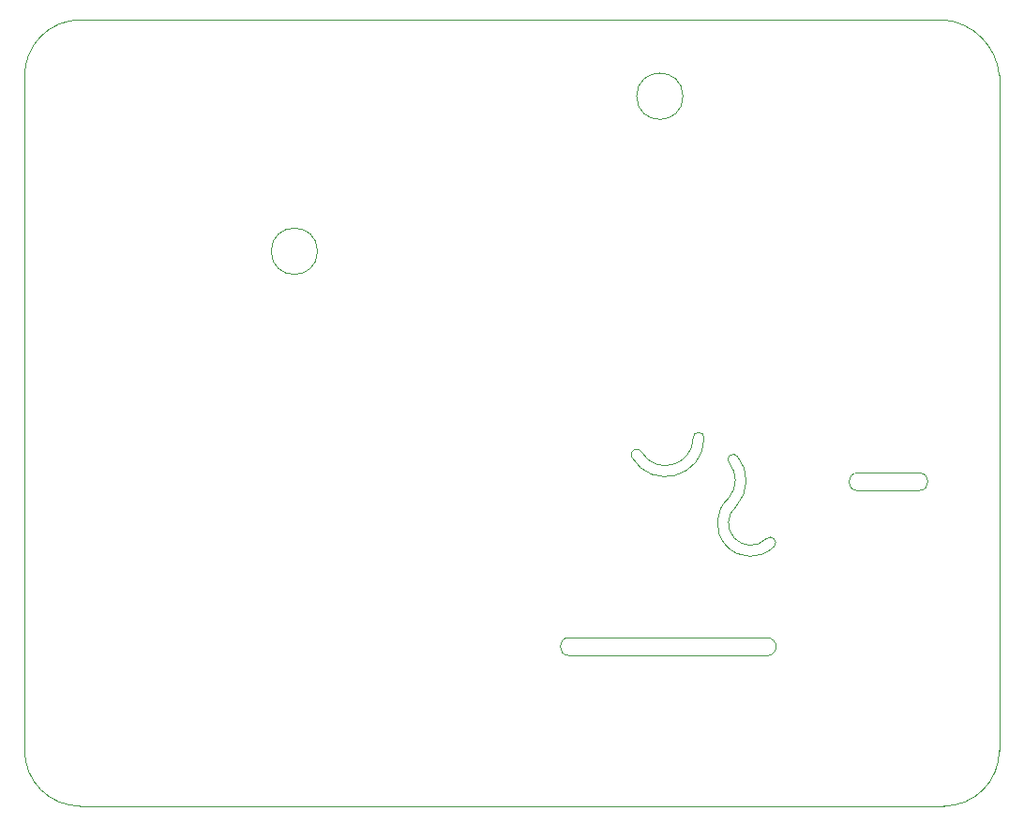
<source format=gbr>
%TF.GenerationSoftware,KiCad,Pcbnew,9.0.0*%
%TF.CreationDate,2025-05-02T12:02:38+02:00*%
%TF.ProjectId,TDK_DCDC_pcb,54444b5f-4443-4444-935f-7063622e6b69,rev?*%
%TF.SameCoordinates,Original*%
%TF.FileFunction,Profile,NP*%
%FSLAX46Y46*%
G04 Gerber Fmt 4.6, Leading zero omitted, Abs format (unit mm)*
G04 Created by KiCad (PCBNEW 9.0.0) date 2025-05-02 12:02:38*
%MOMM*%
%LPD*%
G01*
G04 APERTURE LIST*
%TA.AperFunction,Profile*%
%ADD10C,0.050000*%
%TD*%
G04 APERTURE END LIST*
D10*
X166957793Y-107860129D02*
G75*
G02*
X167671400Y-108569878I356807J-354871D01*
G01*
X133631787Y-60993156D02*
X183000000Y-61000001D01*
X188000000Y-127000000D02*
G75*
G02*
X183000000Y-132000000I-5000000J0D01*
G01*
X100000000Y-66100000D02*
X100000000Y-127000000D01*
X163612230Y-101009784D02*
G75*
G02*
X164349975Y-100400022I368870J304884D01*
G01*
X167671406Y-108569884D02*
G75*
G02*
X163575004Y-104175007I-2131406J2119884D01*
G01*
X175181250Y-103513540D02*
G75*
G02*
X175191250Y-101913533I31150J799840D01*
G01*
X133631787Y-60990483D02*
X105000000Y-61000000D01*
X159441172Y-67900000D02*
G75*
G02*
X155258828Y-67900000I-2091172J0D01*
G01*
X155258828Y-67900000D02*
G75*
G02*
X159441172Y-67900000I2091172J0D01*
G01*
X166957793Y-107860129D02*
G75*
G02*
X164234679Y-104938145I-1416993J1409329D01*
G01*
X188000000Y-127000000D02*
X188000000Y-66000000D01*
X180788750Y-101910000D02*
G75*
G02*
X180778748Y-103509927I-31150J-799800D01*
G01*
X164350000Y-100400000D02*
G75*
G02*
X164234413Y-104938381I-2646470J-2203260D01*
G01*
X163612230Y-101009782D02*
G75*
G02*
X163575000Y-104175000I-1922230J-1560218D01*
G01*
X149156099Y-118406898D02*
G75*
G02*
X149156100Y-116794702I1J806098D01*
G01*
X160350000Y-98750000D02*
G75*
G02*
X155688732Y-100006551I-2500000J0D01*
G01*
X167043899Y-116805304D02*
G75*
G02*
X167043898Y-118417496I1J-806096D01*
G01*
X180788750Y-101910000D02*
X175191250Y-101910000D01*
X126442344Y-81900000D02*
G75*
G02*
X122260000Y-81900000I-2091172J0D01*
G01*
X122260000Y-81900000D02*
G75*
G02*
X126442344Y-81900000I2091172J0D01*
G01*
X180778750Y-103510000D02*
X175181250Y-103510000D01*
X161350000Y-98750000D02*
G75*
G02*
X154824225Y-100509171I-3500000J0D01*
G01*
X154824225Y-100509171D02*
G75*
G02*
X155688730Y-100006552I432275J251271D01*
G01*
X100000000Y-66100000D02*
G75*
G02*
X105000000Y-61000010I5035200J64500D01*
G01*
X183000000Y-132000000D02*
X105000000Y-132000000D01*
X160350000Y-98750000D02*
G75*
G02*
X161350000Y-98750000I500000J0D01*
G01*
X149156100Y-116794696D02*
X167043899Y-116805304D01*
X105000000Y-132000000D02*
G75*
G02*
X100000000Y-127000000I0J5000000D01*
G01*
X183000000Y-61000000D02*
G75*
G02*
X188000000Y-66000000I-537800J-5537800D01*
G01*
X149156099Y-118406898D02*
X167043898Y-118417495D01*
M02*

</source>
